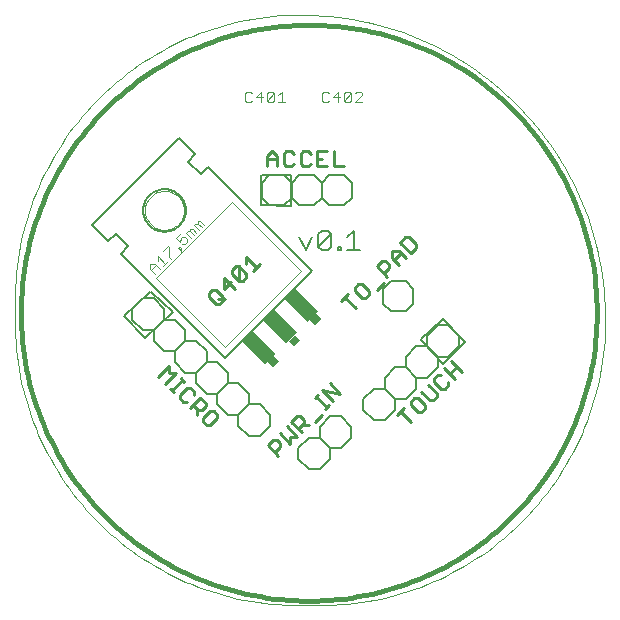
<source format=gto>
G75*
%MOIN*%
%OFA0B0*%
%FSLAX24Y24*%
%IPPOS*%
%LPD*%
%AMOC8*
5,1,8,0,0,1.08239X$1,22.5*
%
%ADD10C,0.0000*%
%ADD11C,0.0080*%
%ADD12C,0.0160*%
%ADD13C,0.0060*%
%ADD14C,0.0100*%
%ADD15C,0.0020*%
%ADD16C,0.0040*%
%ADD17R,0.0300X0.0250*%
%ADD18R,0.0500X0.1100*%
D10*
X000100Y009565D02*
X000100Y010260D01*
X004439Y013261D02*
X004441Y013311D01*
X004447Y013361D01*
X004457Y013411D01*
X004470Y013459D01*
X004487Y013507D01*
X004508Y013553D01*
X004532Y013597D01*
X004560Y013639D01*
X004591Y013679D01*
X004625Y013716D01*
X004662Y013751D01*
X004701Y013782D01*
X004742Y013811D01*
X004786Y013836D01*
X004832Y013858D01*
X004879Y013876D01*
X004927Y013890D01*
X004976Y013901D01*
X005026Y013908D01*
X005076Y013911D01*
X005127Y013910D01*
X005177Y013905D01*
X005227Y013896D01*
X005275Y013884D01*
X005323Y013867D01*
X005369Y013847D01*
X005414Y013824D01*
X005457Y013797D01*
X005497Y013767D01*
X005535Y013734D01*
X005570Y013698D01*
X005603Y013659D01*
X005632Y013618D01*
X005658Y013575D01*
X005681Y013530D01*
X005700Y013483D01*
X005715Y013435D01*
X005727Y013386D01*
X005735Y013336D01*
X005739Y013286D01*
X005739Y013236D01*
X005735Y013186D01*
X005727Y013136D01*
X005715Y013087D01*
X005700Y013039D01*
X005681Y012992D01*
X005658Y012947D01*
X005632Y012904D01*
X005603Y012863D01*
X005570Y012824D01*
X005535Y012788D01*
X005497Y012755D01*
X005457Y012725D01*
X005414Y012698D01*
X005369Y012675D01*
X005323Y012655D01*
X005275Y012638D01*
X005227Y012626D01*
X005177Y012617D01*
X005127Y012612D01*
X005076Y012611D01*
X005026Y012614D01*
X004976Y012621D01*
X004927Y012632D01*
X004879Y012646D01*
X004832Y012664D01*
X004786Y012686D01*
X004742Y012711D01*
X004701Y012740D01*
X004662Y012771D01*
X004625Y012806D01*
X004591Y012843D01*
X004560Y012883D01*
X004532Y012925D01*
X004508Y012969D01*
X004487Y013015D01*
X004470Y013063D01*
X004457Y013111D01*
X004447Y013161D01*
X004441Y013211D01*
X004439Y013261D01*
X000100Y010260D02*
X000103Y010490D01*
X000111Y010720D01*
X000125Y010950D01*
X000144Y011179D01*
X000169Y011408D01*
X000200Y011636D01*
X000236Y011864D01*
X000277Y012090D01*
X000324Y012315D01*
X000377Y012539D01*
X000435Y012762D01*
X000498Y012984D01*
X000566Y013203D01*
X000640Y013421D01*
X000719Y013638D01*
X000803Y013852D01*
X000893Y014064D01*
X000987Y014274D01*
X001087Y014481D01*
X001191Y014686D01*
X001300Y014889D01*
X001415Y015089D01*
X001534Y015286D01*
X001658Y015480D01*
X001786Y015671D01*
X001919Y015859D01*
X002057Y016043D01*
X002199Y016224D01*
X002345Y016402D01*
X002495Y016576D01*
X002650Y016747D01*
X002809Y016913D01*
X002972Y017076D01*
X003138Y017235D01*
X003309Y017390D01*
X003483Y017540D01*
X003661Y017686D01*
X003842Y017828D01*
X004026Y017966D01*
X004214Y018099D01*
X004405Y018227D01*
X004599Y018351D01*
X004796Y018470D01*
X004996Y018585D01*
X005199Y018694D01*
X005404Y018798D01*
X005611Y018898D01*
X005821Y018992D01*
X006033Y019082D01*
X006247Y019166D01*
X006464Y019245D01*
X006682Y019319D01*
X006901Y019387D01*
X007123Y019450D01*
X007346Y019508D01*
X007570Y019561D01*
X007795Y019608D01*
X008021Y019649D01*
X008249Y019685D01*
X008477Y019716D01*
X008706Y019741D01*
X008935Y019760D01*
X009165Y019774D01*
X009395Y019782D01*
X009625Y019785D01*
X009874Y019782D01*
X010124Y019773D01*
X010372Y019757D01*
X010621Y019736D01*
X010869Y019709D01*
X011116Y019675D01*
X011362Y019635D01*
X011607Y019590D01*
X011851Y019538D01*
X012094Y019481D01*
X012335Y019417D01*
X012574Y019348D01*
X012812Y019272D01*
X013048Y019191D01*
X013282Y019104D01*
X013513Y019012D01*
X013742Y018913D01*
X013969Y018810D01*
X014193Y018700D01*
X014414Y018585D01*
X014633Y018465D01*
X014848Y018340D01*
X015061Y018209D01*
X015270Y018073D01*
X015475Y017932D01*
X015677Y017786D01*
X015876Y017635D01*
X016070Y017479D01*
X016261Y017318D01*
X016448Y017153D01*
X016631Y016983D01*
X016809Y016809D01*
X016983Y016631D01*
X017153Y016448D01*
X017318Y016261D01*
X017479Y016070D01*
X017635Y015876D01*
X017786Y015677D01*
X017932Y015475D01*
X018073Y015270D01*
X018209Y015061D01*
X018340Y014848D01*
X018465Y014633D01*
X018585Y014414D01*
X018700Y014193D01*
X018810Y013969D01*
X018913Y013742D01*
X019012Y013513D01*
X019104Y013282D01*
X019191Y013048D01*
X019272Y012812D01*
X019348Y012574D01*
X019417Y012335D01*
X019481Y012094D01*
X019538Y011851D01*
X019590Y011607D01*
X019635Y011362D01*
X019675Y011116D01*
X019709Y010869D01*
X019736Y010621D01*
X019757Y010372D01*
X019773Y010124D01*
X019782Y009874D01*
X019785Y009625D01*
X019782Y009395D01*
X019774Y009165D01*
X019760Y008935D01*
X019741Y008706D01*
X019716Y008477D01*
X019685Y008249D01*
X019649Y008021D01*
X019608Y007795D01*
X019561Y007570D01*
X019508Y007346D01*
X019450Y007123D01*
X019387Y006901D01*
X019319Y006682D01*
X019245Y006464D01*
X019166Y006247D01*
X019082Y006033D01*
X018992Y005821D01*
X018898Y005611D01*
X018798Y005404D01*
X018694Y005199D01*
X018585Y004996D01*
X018470Y004796D01*
X018351Y004599D01*
X018227Y004405D01*
X018099Y004214D01*
X017966Y004026D01*
X017828Y003842D01*
X017686Y003661D01*
X017540Y003483D01*
X017390Y003309D01*
X017235Y003138D01*
X017076Y002972D01*
X016913Y002809D01*
X016747Y002650D01*
X016576Y002495D01*
X016402Y002345D01*
X016224Y002199D01*
X016043Y002057D01*
X015859Y001919D01*
X015671Y001786D01*
X015480Y001658D01*
X015286Y001534D01*
X015089Y001415D01*
X014889Y001300D01*
X014686Y001191D01*
X014481Y001087D01*
X014274Y000987D01*
X014064Y000893D01*
X013852Y000803D01*
X013638Y000719D01*
X013421Y000640D01*
X013203Y000566D01*
X012984Y000498D01*
X012762Y000435D01*
X012539Y000377D01*
X012315Y000324D01*
X012090Y000277D01*
X011864Y000236D01*
X011636Y000200D01*
X011408Y000169D01*
X011179Y000144D01*
X010950Y000125D01*
X010720Y000111D01*
X010490Y000103D01*
X010260Y000100D01*
X009565Y000100D01*
X009336Y000103D01*
X009108Y000111D01*
X008879Y000125D01*
X008651Y000144D01*
X008424Y000169D01*
X008197Y000199D01*
X007972Y000235D01*
X007747Y000276D01*
X007523Y000323D01*
X007300Y000375D01*
X007078Y000432D01*
X006859Y000495D01*
X006640Y000563D01*
X006423Y000637D01*
X006209Y000715D01*
X005996Y000799D01*
X005785Y000888D01*
X005576Y000981D01*
X005370Y001080D01*
X005166Y001184D01*
X004965Y001293D01*
X004767Y001406D01*
X004571Y001525D01*
X004378Y001648D01*
X004188Y001775D01*
X004002Y001908D01*
X003818Y002044D01*
X003638Y002185D01*
X003462Y002331D01*
X003289Y002480D01*
X003119Y002634D01*
X002954Y002792D01*
X002792Y002954D01*
X002634Y003119D01*
X002480Y003289D01*
X002331Y003462D01*
X002185Y003638D01*
X002044Y003818D01*
X001908Y004002D01*
X001775Y004188D01*
X001648Y004378D01*
X001525Y004571D01*
X001406Y004767D01*
X001293Y004965D01*
X001184Y005166D01*
X001080Y005370D01*
X000981Y005576D01*
X000888Y005785D01*
X000799Y005996D01*
X000715Y006209D01*
X000637Y006423D01*
X000563Y006640D01*
X000495Y006859D01*
X000432Y007078D01*
X000375Y007300D01*
X000323Y007523D01*
X000276Y007747D01*
X000235Y007972D01*
X000199Y008197D01*
X000169Y008424D01*
X000144Y008651D01*
X000125Y008879D01*
X000111Y009108D01*
X000103Y009336D01*
X000100Y009565D01*
D11*
X003750Y009750D02*
X004450Y009010D01*
X005360Y009860D01*
X004630Y010540D01*
X004620Y010530D02*
X003750Y009750D01*
X008310Y013430D02*
X008310Y014430D01*
X008330Y014430D02*
X009320Y014440D01*
X009300Y013420D01*
X008310Y013430D01*
X013650Y008960D02*
X014370Y009640D01*
X015110Y008870D01*
X014370Y008150D01*
X013640Y008940D01*
D12*
X000300Y009850D02*
X000303Y010086D01*
X000312Y010321D01*
X000326Y010556D01*
X000346Y010791D01*
X000372Y011025D01*
X000404Y011259D01*
X000441Y011491D01*
X000484Y011723D01*
X000533Y011953D01*
X000588Y012183D01*
X000648Y012410D01*
X000713Y012637D01*
X000785Y012861D01*
X000861Y013084D01*
X000943Y013305D01*
X001031Y013524D01*
X001124Y013740D01*
X001222Y013955D01*
X001325Y014166D01*
X001434Y014375D01*
X001547Y014582D01*
X001666Y014785D01*
X001789Y014986D01*
X001918Y015183D01*
X002051Y015378D01*
X002189Y015569D01*
X002332Y015756D01*
X002479Y015940D01*
X002631Y016120D01*
X002787Y016297D01*
X002947Y016470D01*
X003112Y016638D01*
X003280Y016803D01*
X003453Y016963D01*
X003630Y017119D01*
X003810Y017271D01*
X003994Y017418D01*
X004181Y017561D01*
X004372Y017699D01*
X004567Y017832D01*
X004764Y017961D01*
X004965Y018084D01*
X005168Y018203D01*
X005375Y018316D01*
X005584Y018425D01*
X005795Y018528D01*
X006010Y018626D01*
X006226Y018719D01*
X006445Y018807D01*
X006666Y018889D01*
X006889Y018965D01*
X007113Y019037D01*
X007340Y019102D01*
X007567Y019162D01*
X007797Y019217D01*
X008027Y019266D01*
X008259Y019309D01*
X008491Y019346D01*
X008725Y019378D01*
X008959Y019404D01*
X009194Y019424D01*
X009429Y019438D01*
X009664Y019447D01*
X009900Y019450D01*
X010136Y019447D01*
X010371Y019438D01*
X010606Y019424D01*
X010841Y019404D01*
X011075Y019378D01*
X011309Y019346D01*
X011541Y019309D01*
X011773Y019266D01*
X012003Y019217D01*
X012233Y019162D01*
X012460Y019102D01*
X012687Y019037D01*
X012911Y018965D01*
X013134Y018889D01*
X013355Y018807D01*
X013574Y018719D01*
X013790Y018626D01*
X014005Y018528D01*
X014216Y018425D01*
X014425Y018316D01*
X014632Y018203D01*
X014835Y018084D01*
X015036Y017961D01*
X015233Y017832D01*
X015428Y017699D01*
X015619Y017561D01*
X015806Y017418D01*
X015990Y017271D01*
X016170Y017119D01*
X016347Y016963D01*
X016520Y016803D01*
X016688Y016638D01*
X016853Y016470D01*
X017013Y016297D01*
X017169Y016120D01*
X017321Y015940D01*
X017468Y015756D01*
X017611Y015569D01*
X017749Y015378D01*
X017882Y015183D01*
X018011Y014986D01*
X018134Y014785D01*
X018253Y014582D01*
X018366Y014375D01*
X018475Y014166D01*
X018578Y013955D01*
X018676Y013740D01*
X018769Y013524D01*
X018857Y013305D01*
X018939Y013084D01*
X019015Y012861D01*
X019087Y012637D01*
X019152Y012410D01*
X019212Y012183D01*
X019267Y011953D01*
X019316Y011723D01*
X019359Y011491D01*
X019396Y011259D01*
X019428Y011025D01*
X019454Y010791D01*
X019474Y010556D01*
X019488Y010321D01*
X019497Y010086D01*
X019500Y009850D01*
X019497Y009614D01*
X019488Y009379D01*
X019474Y009144D01*
X019454Y008909D01*
X019428Y008675D01*
X019396Y008441D01*
X019359Y008209D01*
X019316Y007977D01*
X019267Y007747D01*
X019212Y007517D01*
X019152Y007290D01*
X019087Y007063D01*
X019015Y006839D01*
X018939Y006616D01*
X018857Y006395D01*
X018769Y006176D01*
X018676Y005960D01*
X018578Y005745D01*
X018475Y005534D01*
X018366Y005325D01*
X018253Y005118D01*
X018134Y004915D01*
X018011Y004714D01*
X017882Y004517D01*
X017749Y004322D01*
X017611Y004131D01*
X017468Y003944D01*
X017321Y003760D01*
X017169Y003580D01*
X017013Y003403D01*
X016853Y003230D01*
X016688Y003062D01*
X016520Y002897D01*
X016347Y002737D01*
X016170Y002581D01*
X015990Y002429D01*
X015806Y002282D01*
X015619Y002139D01*
X015428Y002001D01*
X015233Y001868D01*
X015036Y001739D01*
X014835Y001616D01*
X014632Y001497D01*
X014425Y001384D01*
X014216Y001275D01*
X014005Y001172D01*
X013790Y001074D01*
X013574Y000981D01*
X013355Y000893D01*
X013134Y000811D01*
X012911Y000735D01*
X012687Y000663D01*
X012460Y000598D01*
X012233Y000538D01*
X012003Y000483D01*
X011773Y000434D01*
X011541Y000391D01*
X011309Y000354D01*
X011075Y000322D01*
X010841Y000296D01*
X010606Y000276D01*
X010371Y000262D01*
X010136Y000253D01*
X009900Y000250D01*
X009664Y000253D01*
X009429Y000262D01*
X009194Y000276D01*
X008959Y000296D01*
X008725Y000322D01*
X008491Y000354D01*
X008259Y000391D01*
X008027Y000434D01*
X007797Y000483D01*
X007567Y000538D01*
X007340Y000598D01*
X007113Y000663D01*
X006889Y000735D01*
X006666Y000811D01*
X006445Y000893D01*
X006226Y000981D01*
X006010Y001074D01*
X005795Y001172D01*
X005584Y001275D01*
X005375Y001384D01*
X005168Y001497D01*
X004965Y001616D01*
X004764Y001739D01*
X004567Y001868D01*
X004372Y002001D01*
X004181Y002139D01*
X003994Y002282D01*
X003810Y002429D01*
X003630Y002581D01*
X003453Y002737D01*
X003280Y002897D01*
X003112Y003062D01*
X002947Y003230D01*
X002787Y003403D01*
X002631Y003580D01*
X002479Y003760D01*
X002332Y003944D01*
X002189Y004131D01*
X002051Y004322D01*
X001918Y004517D01*
X001789Y004714D01*
X001666Y004915D01*
X001547Y005118D01*
X001434Y005325D01*
X001325Y005534D01*
X001222Y005745D01*
X001124Y005960D01*
X001031Y006176D01*
X000943Y006395D01*
X000861Y006616D01*
X000785Y006839D01*
X000713Y007063D01*
X000648Y007290D01*
X000588Y007517D01*
X000533Y007747D01*
X000484Y007977D01*
X000441Y008209D01*
X000404Y008441D01*
X000372Y008675D01*
X000346Y008909D01*
X000326Y009144D01*
X000312Y009379D01*
X000303Y009614D01*
X000300Y009850D01*
D13*
X003215Y012236D02*
X002685Y012766D01*
X005584Y015665D01*
X006114Y015135D01*
X005867Y014888D01*
X006291Y014463D01*
X006538Y014711D01*
X010003Y011246D01*
X007104Y008347D01*
X003639Y011812D01*
X003887Y012059D01*
X003462Y012483D01*
X003215Y012236D01*
X004379Y013261D02*
X004381Y013314D01*
X004387Y013367D01*
X004397Y013419D01*
X004411Y013470D01*
X004428Y013520D01*
X004449Y013569D01*
X004474Y013616D01*
X004502Y013661D01*
X004534Y013704D01*
X004569Y013744D01*
X004606Y013781D01*
X004646Y013816D01*
X004689Y013848D01*
X004734Y013876D01*
X004781Y013901D01*
X004830Y013922D01*
X004880Y013939D01*
X004931Y013953D01*
X004983Y013963D01*
X005036Y013969D01*
X005089Y013971D01*
X005142Y013969D01*
X005195Y013963D01*
X005247Y013953D01*
X005298Y013939D01*
X005348Y013922D01*
X005397Y013901D01*
X005444Y013876D01*
X005489Y013848D01*
X005532Y013816D01*
X005572Y013781D01*
X005609Y013744D01*
X005644Y013704D01*
X005676Y013661D01*
X005704Y013616D01*
X005729Y013569D01*
X005750Y013520D01*
X005767Y013470D01*
X005781Y013419D01*
X005791Y013367D01*
X005797Y013314D01*
X005799Y013261D01*
X005797Y013208D01*
X005791Y013155D01*
X005781Y013103D01*
X005767Y013052D01*
X005750Y013002D01*
X005729Y012953D01*
X005704Y012906D01*
X005676Y012861D01*
X005644Y012818D01*
X005609Y012778D01*
X005572Y012741D01*
X005532Y012706D01*
X005489Y012674D01*
X005444Y012646D01*
X005397Y012621D01*
X005348Y012600D01*
X005298Y012583D01*
X005247Y012569D01*
X005195Y012559D01*
X005142Y012553D01*
X005089Y012551D01*
X005036Y012553D01*
X004983Y012559D01*
X004931Y012569D01*
X004880Y012583D01*
X004830Y012600D01*
X004781Y012621D01*
X004734Y012646D01*
X004689Y012674D01*
X004646Y012706D01*
X004606Y012741D01*
X004569Y012778D01*
X004534Y012818D01*
X004502Y012861D01*
X004474Y012906D01*
X004449Y012953D01*
X004428Y013002D01*
X004411Y013052D01*
X004397Y013103D01*
X004387Y013155D01*
X004381Y013208D01*
X004379Y013261D01*
X004375Y010328D02*
X004729Y010328D01*
X005083Y009975D01*
X005083Y009621D01*
X005436Y009621D01*
X005790Y009267D01*
X005790Y008914D01*
X005436Y008560D01*
X005083Y008560D01*
X004729Y008914D01*
X004729Y009267D01*
X004375Y009267D01*
X004022Y009621D01*
X004022Y009975D01*
X004375Y010328D01*
X005083Y009621D02*
X004729Y009267D01*
X005436Y008560D02*
X005436Y008207D01*
X005790Y007853D01*
X006143Y007853D01*
X006143Y007500D01*
X006497Y007146D01*
X006850Y007146D01*
X006850Y006793D01*
X007204Y006439D01*
X007557Y006439D01*
X007557Y006085D01*
X007911Y005732D01*
X008265Y005732D01*
X008618Y006085D01*
X008618Y006439D01*
X008265Y006793D01*
X007911Y006793D01*
X007557Y006439D01*
X007911Y006793D02*
X007911Y007146D01*
X007557Y007500D01*
X007204Y007500D01*
X006850Y007146D01*
X007204Y007500D02*
X007204Y007853D01*
X006850Y008207D01*
X006497Y008207D01*
X006143Y007853D01*
X006497Y008207D02*
X006497Y008560D01*
X006143Y008914D01*
X005790Y008914D01*
X009792Y011941D02*
X009579Y012368D01*
X010006Y012368D02*
X009792Y011941D01*
X010223Y012048D02*
X010223Y012475D01*
X010330Y012582D01*
X010544Y012582D01*
X010650Y012475D01*
X010223Y012048D01*
X010330Y011941D01*
X010544Y011941D01*
X010650Y012048D01*
X010650Y012475D01*
X010868Y012048D02*
X010975Y012048D01*
X010975Y011941D01*
X010868Y011941D01*
X010868Y012048D01*
X011190Y011941D02*
X011617Y011941D01*
X011404Y011941D02*
X011404Y012582D01*
X011190Y012368D01*
X011090Y013440D02*
X010590Y013440D01*
X010340Y013690D01*
X010090Y013440D01*
X009590Y013440D01*
X009340Y013690D01*
X009090Y013440D01*
X008590Y013440D01*
X008340Y013690D01*
X008340Y014190D01*
X008590Y014440D01*
X009090Y014440D01*
X009340Y014190D01*
X009590Y014440D01*
X010090Y014440D01*
X010340Y014190D01*
X010590Y014440D01*
X011090Y014440D01*
X011340Y014190D01*
X011340Y013690D01*
X011090Y013440D01*
X010340Y013690D02*
X010340Y014190D01*
X009340Y014190D02*
X009340Y013690D01*
X012380Y010650D02*
X012630Y010900D01*
X013130Y010900D01*
X013380Y010650D01*
X013380Y010150D01*
X013130Y009900D01*
X012630Y009900D01*
X012380Y010150D01*
X012380Y010650D01*
X013840Y009087D02*
X013840Y008734D01*
X014194Y008380D01*
X014547Y008380D01*
X014901Y008734D01*
X014901Y009087D01*
X014547Y009441D01*
X014194Y009441D01*
X013840Y009087D01*
X013840Y008734D02*
X013487Y008734D01*
X013133Y008380D01*
X013133Y008027D01*
X013487Y007673D01*
X013487Y007320D01*
X013133Y006966D01*
X012780Y006966D01*
X012780Y006613D01*
X012426Y006259D01*
X012073Y006259D01*
X011719Y006613D01*
X011719Y006966D01*
X012073Y007320D01*
X012426Y007320D01*
X012426Y007673D01*
X012780Y008027D01*
X013133Y008027D01*
X013487Y007673D02*
X013840Y007673D01*
X014194Y008027D01*
X014194Y008380D01*
X012780Y006966D02*
X012426Y007320D01*
X011324Y006040D02*
X011324Y005687D01*
X010970Y005333D01*
X010617Y005333D01*
X010617Y004980D01*
X010263Y004626D01*
X009910Y004626D01*
X009556Y004980D01*
X009556Y005333D01*
X009910Y005687D01*
X010263Y005687D01*
X010263Y006040D01*
X010617Y006394D01*
X010970Y006394D01*
X011324Y006040D01*
X010617Y005333D02*
X010263Y005687D01*
D14*
X006497Y006102D02*
X006379Y006220D01*
X006379Y006338D01*
X006615Y006574D01*
X006733Y006574D01*
X006850Y006456D01*
X006850Y006338D01*
X006615Y006102D01*
X006497Y006102D01*
X006165Y006434D02*
X006165Y006670D01*
X006224Y006611D02*
X006047Y006788D01*
X005929Y006670D02*
X006283Y007024D01*
X006460Y006847D01*
X006460Y006729D01*
X006342Y006611D01*
X006224Y006611D01*
X005833Y006884D02*
X005715Y006884D01*
X005597Y007002D01*
X005597Y007120D01*
X005833Y007355D01*
X005951Y007355D01*
X006069Y007237D01*
X006069Y007120D01*
X005750Y007557D02*
X005632Y007675D01*
X005691Y007616D02*
X005337Y007262D01*
X005278Y007321D02*
X005396Y007203D01*
X005123Y007476D02*
X005477Y007830D01*
X005241Y007830D01*
X005241Y008066D01*
X004887Y007712D01*
X006801Y010139D02*
X006919Y010139D01*
X007037Y010257D01*
X007037Y010374D01*
X006801Y010610D01*
X006683Y010610D01*
X006565Y010492D01*
X006565Y010374D01*
X006801Y010139D01*
X006860Y010316D02*
X007096Y010316D01*
X007073Y010647D02*
X007309Y010883D01*
X007073Y011001D02*
X007073Y010647D01*
X007427Y010647D02*
X007073Y011001D01*
X007346Y011156D02*
X007346Y011274D01*
X007464Y011392D01*
X007582Y011392D01*
X007582Y010920D01*
X007700Y010920D01*
X007818Y011038D01*
X007818Y011156D01*
X007582Y011392D01*
X007796Y011487D02*
X007796Y011723D01*
X008150Y011370D01*
X008032Y011252D02*
X008268Y011487D01*
X007582Y010920D02*
X007346Y011156D01*
X008520Y014730D02*
X008520Y015064D01*
X008687Y015230D01*
X008854Y015064D01*
X008854Y014730D01*
X009072Y014813D02*
X009156Y014730D01*
X009323Y014730D01*
X009406Y014813D01*
X009625Y014813D02*
X009708Y014730D01*
X009875Y014730D01*
X009959Y014813D01*
X010177Y014730D02*
X010511Y014730D01*
X010730Y014730D02*
X011064Y014730D01*
X010730Y014730D02*
X010730Y015230D01*
X010511Y015230D02*
X010177Y015230D01*
X010177Y014730D01*
X010177Y014980D02*
X010344Y014980D01*
X009959Y015147D02*
X009875Y015230D01*
X009708Y015230D01*
X009625Y015147D01*
X009625Y014813D01*
X009406Y015147D02*
X009323Y015230D01*
X009156Y015230D01*
X009072Y015147D01*
X009072Y014813D01*
X008854Y014980D02*
X008520Y014980D01*
X012158Y011407D02*
X012335Y011583D01*
X012453Y011583D01*
X012571Y011466D01*
X012571Y011348D01*
X012394Y011171D01*
X012512Y011053D02*
X012158Y011407D01*
X012667Y011679D02*
X012667Y011915D01*
X012903Y011915D01*
X013139Y011679D01*
X013293Y011834D02*
X013470Y012011D01*
X013470Y012129D01*
X013234Y012365D01*
X013116Y012365D01*
X012939Y012188D01*
X013293Y011834D01*
X012962Y011856D02*
X012726Y011620D01*
X012667Y011679D02*
X012903Y011443D01*
X012416Y010839D02*
X012180Y010603D01*
X011908Y010566D02*
X011908Y010448D01*
X011790Y010330D01*
X011672Y010330D01*
X011436Y010566D01*
X011436Y010684D01*
X011554Y010802D01*
X011672Y010802D01*
X011908Y010566D01*
X011222Y010470D02*
X010986Y010235D01*
X011104Y010353D02*
X011458Y009999D01*
X010593Y007495D02*
X010947Y007141D01*
X010357Y007259D01*
X010711Y006905D01*
X010569Y006763D02*
X010451Y006645D01*
X010510Y006704D02*
X010156Y007057D01*
X010097Y006998D02*
X010215Y007116D01*
X010355Y006431D02*
X010119Y006195D01*
X009905Y006099D02*
X009669Y006099D01*
X009728Y006158D02*
X009551Y005981D01*
X009669Y005863D02*
X009315Y006217D01*
X009492Y006394D01*
X009610Y006394D01*
X009728Y006276D01*
X009728Y006158D01*
X009515Y005708D02*
X009279Y005708D01*
X009279Y005473D01*
X008925Y005826D01*
X008829Y005613D02*
X008711Y005613D01*
X008534Y005436D01*
X008888Y005082D01*
X008770Y005200D02*
X008947Y005377D01*
X008947Y005495D01*
X008829Y005613D01*
X009161Y006062D02*
X009515Y005708D01*
X012852Y006438D02*
X013088Y006674D01*
X012970Y006556D02*
X013323Y006202D01*
X013537Y006534D02*
X013655Y006534D01*
X013773Y006652D01*
X013773Y006770D01*
X013537Y007006D01*
X013419Y007006D01*
X013301Y006888D01*
X013301Y006770D01*
X013537Y006534D01*
X013928Y006925D02*
X014046Y006925D01*
X014164Y007043D01*
X014164Y007161D01*
X013869Y007455D01*
X014083Y007551D02*
X014083Y007669D01*
X014200Y007787D01*
X014318Y007787D01*
X014414Y008001D02*
X014768Y007647D01*
X014554Y007551D02*
X014554Y007433D01*
X014436Y007315D01*
X014318Y007315D01*
X014083Y007551D01*
X013633Y007220D02*
X013928Y006925D01*
X014591Y007824D02*
X014827Y008060D01*
X014650Y008237D02*
X015004Y007883D01*
D15*
X009650Y011246D02*
X007351Y013544D01*
X004806Y010999D01*
X007104Y008700D01*
X009650Y011246D01*
D16*
X006416Y012779D02*
X006289Y012906D01*
X006204Y012906D01*
X006204Y012821D01*
X006331Y012694D01*
X006246Y012609D02*
X006076Y012779D01*
X006119Y012821D01*
X006204Y012821D01*
X006028Y012645D02*
X006156Y012518D01*
X006071Y012433D02*
X005943Y012561D01*
X005943Y012645D01*
X006028Y012645D01*
X005943Y012561D02*
X005859Y012561D01*
X005816Y012518D01*
X005986Y012348D01*
X005853Y012300D02*
X005853Y012215D01*
X005768Y012130D01*
X005683Y012130D01*
X005598Y012215D02*
X005641Y012343D01*
X005683Y012385D01*
X005768Y012385D01*
X005853Y012300D01*
X005598Y012215D02*
X005471Y012343D01*
X005641Y012512D01*
X005594Y012042D02*
X005552Y011999D01*
X005594Y011957D01*
X005637Y011999D01*
X005594Y012042D01*
X005637Y011999D02*
X005637Y011829D01*
X005291Y011654D02*
X005249Y011696D01*
X005249Y012036D01*
X005206Y012078D01*
X005037Y011909D01*
X004861Y011733D02*
X004861Y011563D01*
X004771Y011473D02*
X004940Y011303D01*
X005031Y011393D02*
X005201Y011563D01*
X005116Y011478D02*
X004861Y011733D01*
X004771Y011473D02*
X004601Y011473D01*
X004601Y011303D01*
X004771Y011133D01*
X004643Y011260D02*
X004813Y011430D01*
X007827Y016860D02*
X007947Y016860D01*
X008007Y016920D01*
X008135Y017040D02*
X008375Y017040D01*
X008503Y016920D02*
X008744Y017160D01*
X008744Y016920D01*
X008684Y016860D01*
X008563Y016860D01*
X008503Y016920D01*
X008503Y017160D01*
X008563Y017220D01*
X008684Y017220D01*
X008744Y017160D01*
X008872Y017100D02*
X008992Y017220D01*
X008992Y016860D01*
X008872Y016860D02*
X009112Y016860D01*
X008315Y016860D02*
X008315Y017220D01*
X008135Y017040D01*
X008007Y017160D02*
X007947Y017220D01*
X007827Y017220D01*
X007767Y017160D01*
X007767Y016920D01*
X007827Y016860D01*
X010340Y016920D02*
X010400Y016860D01*
X010520Y016860D01*
X010580Y016920D01*
X010708Y017040D02*
X010949Y017040D01*
X011077Y016920D02*
X011317Y017160D01*
X011317Y016920D01*
X011257Y016860D01*
X011137Y016860D01*
X011077Y016920D01*
X011077Y017160D01*
X011137Y017220D01*
X011257Y017220D01*
X011317Y017160D01*
X011445Y017160D02*
X011505Y017220D01*
X011625Y017220D01*
X011685Y017160D01*
X011685Y017100D01*
X011445Y016860D01*
X011685Y016860D01*
X010888Y016860D02*
X010888Y017220D01*
X010708Y017040D01*
X010580Y017160D02*
X010520Y017220D01*
X010400Y017220D01*
X010340Y017160D01*
X010340Y016920D01*
D17*
G36*
X010321Y009654D02*
X010110Y009443D01*
X009933Y009620D01*
X010144Y009831D01*
X010321Y009654D01*
G37*
G36*
X009614Y008947D02*
X009403Y008736D01*
X009226Y008913D01*
X009437Y009124D01*
X009614Y008947D01*
G37*
G36*
X008907Y008240D02*
X008696Y008029D01*
X008519Y008206D01*
X008730Y008417D01*
X008907Y008240D01*
G37*
D18*
G36*
X008800Y008488D02*
X008447Y008135D01*
X007670Y008912D01*
X008023Y009265D01*
X008800Y008488D01*
G37*
G36*
X009507Y009196D02*
X009154Y008843D01*
X008377Y009620D01*
X008730Y009973D01*
X009507Y009196D01*
G37*
G36*
X010215Y009903D02*
X009862Y009550D01*
X009085Y010327D01*
X009438Y010680D01*
X010215Y009903D01*
G37*
M02*

</source>
